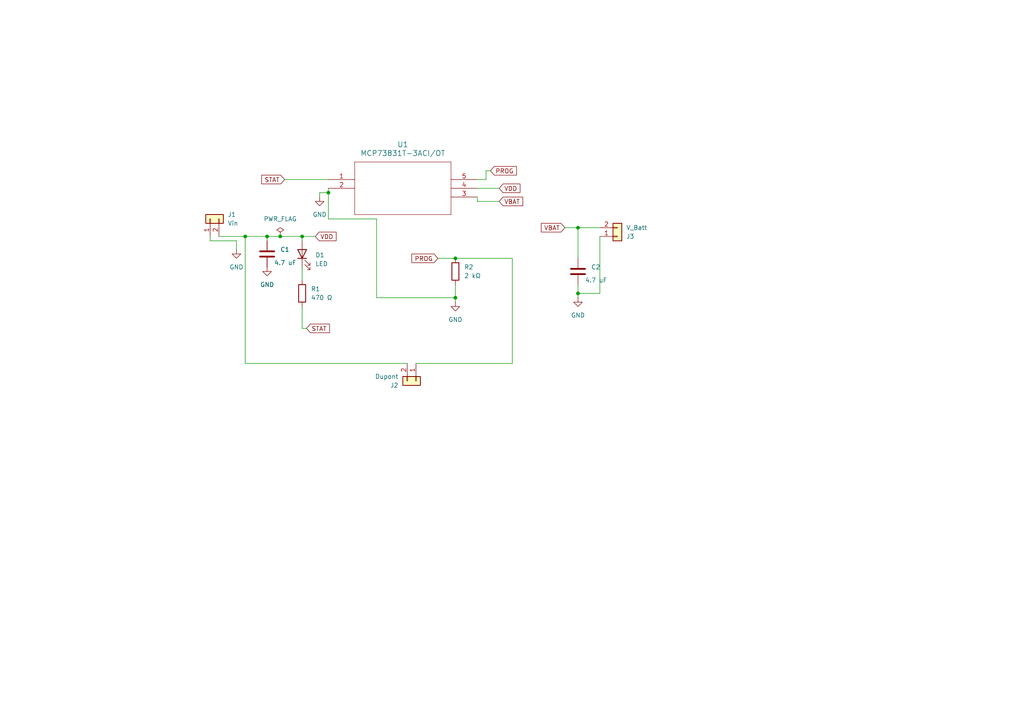
<source format=kicad_sch>
(kicad_sch (version 20250114) (generator "eeschema") (generator_version "9.0")
  (paper "A4")
  (lib_symbols
    (symbol "BatteryCharger:MCP73831T-3ACI_OT" (pin_names (offset 0.254))
      (property "Reference" "U" (at 21.59 10.16 0))
      (property "Value" "MCP73831T-3ACI/OT" (at 21.59 7.62 0))
      (symbol "MCP73831T-3ACI_OT_0_1"
        (polyline (pts (xy 7.62 5.08) (xy 7.62 -10.16)) (stroke (width 0.127)))
        (polyline (pts (xy 7.62 -10.16) (xy 35.56 -10.16)) (stroke (width 0.127)))
        (polyline (pts (xy 35.56 5.08) (xy 7.62 5.08)) (stroke (width 0.127)))
        (polyline (pts (xy 35.56 -10.16) (xy 35.56 5.08)) (stroke (width 0.127)))
        (pin unspecified line (at 0 0 0) (length 7.62) (name "") (number "1"))
        (pin unspecified line (at 0 -2.54 0) (length 7.62) (name "") (number "2"))
        (pin unspecified line (at 43.18 0 180) (length 7.62) (name "") (number "5"))
        (pin unspecified line (at 43.18 -2.54 180) (length 7.62) (name "") (number "4"))
        (pin unspecified line (at 43.18 -5.08 180) (length 7.62) (name "") (number "3"))
      )
    )
    (symbol "Connector_Generic:Conn_01x02" (pin_names (offset 1.016) (hide yes))
      (property "Reference" "J" (at 0 2.54 0))
      (property "Value" "Conn_01x02" (at 0 -5.08 0))
      (symbol "Conn_01x02_1_1"
        (rectangle (start -1.27 1.27) (end 1.27 -3.81) (stroke (width 0.254)) (fill (type background)))
        (rectangle (start -1.27 0.127) (end 0 -0.127) (stroke (width 0.1524)))
        (rectangle (start -1.27 -2.413) (end 0 -2.667) (stroke (width 0.1524)))
        (pin passive line (at -5.08 0 0) (length 3.81) (name "Pin_1") (number "1"))
        (pin passive line (at -5.08 -2.54 0) (length 3.81) (name "Pin_2") (number "2"))
      )
    )
    (symbol "Device:C" (pin_numbers (hide yes)) (pin_names (offset 0.254))
      (property "Reference" "C" (at 0.635 2.54 0))
      (property "Value" "C" (at 0.635 -2.54 0))
      (symbol "C_0_1"
        (polyline (pts (xy -2.032 0.762) (xy 2.032 0.762)) (stroke (width 0.508)))
        (polyline (pts (xy -2.032 -0.762) (xy 2.032 -0.762)) (stroke (width 0.508)))
      )
      (symbol "C_1_1"
        (pin passive line (at 0 3.81 270) (length 2.794) (name "~") (number "1"))
        (pin passive line (at 0 -3.81 90) (length 2.794) (name "~") (number "2"))
      )
    )
    (symbol "Device:LED" (pin_numbers (hide yes)) (pin_names (offset 1.016) (hide yes))
      (property "Reference" "D" (at 0 2.54 0))
      (property "Value" "LED" (at 0 -2.54 0))
      (symbol "LED_0_1"
        (polyline (pts (xy -3.048 -0.762) (xy -4.572 -2.286) (xy -3.81 -2.286) (xy -4.572 -2.286) (xy -4.572 -1.524)))
        (polyline (pts (xy -1.778 -0.762) (xy -3.302 -2.286) (xy -2.54 -2.286) (xy -3.302 -2.286) (xy -3.302 -1.524)))
        (polyline (pts (xy -1.27 0) (xy 1.27 0)))
        (polyline (pts (xy -1.27 -1.27) (xy -1.27 1.27)) (stroke (width 0.254)))
        (polyline (pts (xy 1.27 -1.27) (xy 1.27 1.27) (xy -1.27 0) (xy 1.27 -1.27)) (stroke (width 0.254)))
      )
      (symbol "LED_1_1"
        (pin passive line (at -3.81 0 0) (length 2.54) (name "K") (number "1"))
        (pin passive line (at 3.81 0 180) (length 2.54) (name "A") (number "2"))
      )
    )
    (symbol "Device:R" (pin_numbers (hide yes)) (pin_names (offset 0))
      (property "Reference" "R" (at 2.032 0 90))
      (property "Value" "R" (at 0 0 90))
      (symbol "R_0_1"
        (rectangle (start -1.016 -2.54) (end 1.016 2.54) (stroke (width 0.254)))
      )
      (symbol "R_1_1"
        (pin passive line (at 0 3.81 270) (length 1.27) (name "~") (number "1"))
        (pin passive line (at 0 -3.81 90) (length 1.27) (name "~") (number "2"))
      )
    )
    (symbol "power:GND" (power) (pin_numbers (hide yes)) (pin_names (offset 0) (hide yes))
      (property "Value" "GND" (at 0 -3.81 0))
      (symbol "GND_0_1"
        (polyline (pts (xy 0 0) (xy 0 -1.27) (xy 1.27 -1.27) (xy 0 -2.54) (xy -1.27 -1.27) (xy 0 -1.27)))
      )
      (symbol "GND_1_1"
        (pin power_in line (at 0 0 270) (length 0) (name "~") (number "1"))
      )
    )
    (symbol "power:PWR_FLAG" (power) (pin_numbers (hide yes)) (pin_names (offset 0) (hide yes))
      (property "Value" "PWR_FLAG" (at 0 3.81 0))
      (symbol "PWR_FLAG_0_0"
        (pin power_out line (at 0 0 90) (length 0) (name "~") (number "1"))
      )
      (symbol "PWR_FLAG_0_1"
        (polyline (pts (xy 0 0) (xy 0 1.27) (xy -1.016 1.905) (xy 0 2.54) (xy 1.016 1.905) (xy 0 1.27)))
      )
    )
  )
  (junction (at 167.64 66.04))
  (junction (at 71.12 68.58))
  (junction (at 132.08 74.93))
  (junction (at 95.25 55.88))
  (junction (at 77.47 68.58))
  (junction (at 81.28 68.58))
  (junction (at 167.64 85.09))
  (junction (at 87.63 68.58))
  (junction (at 132.08 86.36))
  (wire (pts (xy 167.64 82.55) (xy 167.64 85.09)))
  (wire (pts (xy 132.08 82.55) (xy 132.08 86.36)))
  (wire (pts (xy 148.59 105.41) (xy 148.59 74.93)))
  (wire (pts (xy 163.83 66.04) (xy 167.64 66.04)))
  (wire (pts (xy 68.58 69.85) (xy 68.58 72.39)))
  (wire (pts (xy 92.71 55.88) (xy 95.25 55.88)))
  (wire (pts (xy 173.99 85.09) (xy 167.64 85.09)))
  (wire (pts (xy 140.97 49.53) (xy 142.24 49.53)))
  (wire (pts (xy 91.44 68.58) (xy 87.63 68.58)))
  (wire (pts (xy 167.64 85.09) (xy 167.64 86.36)))
  (wire (pts (xy 82.55 52.07) (xy 95.25 52.07)))
  (wire (pts (xy 138.43 54.61) (xy 144.78 54.61)))
  (wire (pts (xy 109.22 63.5) (xy 95.25 63.5)))
  (wire (pts (xy 60.96 68.58) (xy 60.96 69.85)))
  (wire (pts (xy 118.11 105.41) (xy 71.12 105.41)))
  (wire (pts (xy 148.59 74.93) (xy 132.08 74.93)))
  (wire (pts (xy 81.28 68.58) (xy 77.47 68.58)))
  (wire (pts (xy 88.9 95.25) (xy 87.63 95.25)))
  (wire (pts (xy 173.99 68.58) (xy 173.99 85.09)))
  (wire (pts (xy 77.47 69.85) (xy 77.47 68.58)))
  (wire (pts (xy 138.43 58.42) (xy 138.43 57.15)))
  (wire (pts (xy 87.63 77.47) (xy 87.63 81.28)))
  (wire (pts (xy 95.25 63.5) (xy 95.25 55.88)))
  (wire (pts (xy 71.12 68.58) (xy 77.47 68.58)))
  (wire (pts (xy 109.22 86.36) (xy 109.22 63.5)))
  (wire (pts (xy 167.64 66.04) (xy 173.99 66.04)))
  (wire (pts (xy 87.63 95.25) (xy 87.63 88.9)))
  (wire (pts (xy 109.22 86.36) (xy 132.08 86.36)))
  (wire (pts (xy 71.12 105.41) (xy 71.12 68.58)))
  (wire (pts (xy 132.08 86.36) (xy 132.08 87.63)))
  (wire (pts (xy 87.63 68.58) (xy 87.63 69.85)))
  (wire (pts (xy 63.5 68.58) (xy 71.12 68.58)))
  (wire (pts (xy 81.28 68.58) (xy 87.63 68.58)))
  (wire (pts (xy 140.97 49.53) (xy 140.97 52.07)))
  (wire (pts (xy 95.25 55.88) (xy 95.25 54.61)))
  (wire (pts (xy 127 74.93) (xy 132.08 74.93)))
  (wire (pts (xy 120.65 105.41) (xy 148.59 105.41)))
  (wire (pts (xy 167.64 74.93) (xy 167.64 66.04)))
  (wire (pts (xy 60.96 69.85) (xy 68.58 69.85)))
  (wire (pts (xy 140.97 52.07) (xy 138.43 52.07)))
  (wire (pts (xy 92.71 55.88) (xy 92.71 57.15)))
  (wire (pts (xy 144.78 58.42) (xy 138.43 58.42)))
  (global_label "STAT" (shape input) (at 82.55 52.07 180) (property "Intersheetrefs" "${INTERSHEET_REFS}" (effects (hide yes))))
  (global_label "VBAT" (shape input) (at 163.83 66.04 180) (property "Intersheetrefs" "${INTERSHEET_REFS}" (effects (hide yes))))
  (global_label "VDD" (shape input) (at 91.44 68.58 0) (property "Intersheetrefs" "${INTERSHEET_REFS}" (effects (hide yes))))
  (global_label "VBAT" (shape input) (at 144.78 58.42 0) (property "Intersheetrefs" "${INTERSHEET_REFS}" (effects (hide yes))))
  (global_label "VDD" (shape input) (at 144.78 54.61 0) (property "Intersheetrefs" "${INTERSHEET_REFS}" (effects (hide yes))))
  (global_label "PROG" (shape input) (at 142.24 49.53 0) (property "Intersheetrefs" "${INTERSHEET_REFS}" (effects (hide yes))))
  (global_label "PROG" (shape input) (at 127 74.93 180) (property "Intersheetrefs" "${INTERSHEET_REFS}" (effects (hide yes))))
  (global_label "STAT" (shape input) (at 88.9 95.25 0) (property "Intersheetrefs" "${INTERSHEET_REFS}" (effects (hide yes))))
  (symbol (lib_id "Device:LED") (at 87.63 73.66 90) (unit 1)
    (property "Reference" "D1" (at 91.44 73.9774 90) (effects (justify right)))
    (property "Value" "LED" (at 91.44 76.5174 90) (effects (justify right)))
    (property "Footprint" "LED_SMD:LED_0805_2012Metric" (effects (hide yes)))
    (property "Description" "Light emitting diode" (effects (hide yes)))
    (property "Sim.Pins" "1=K 2=A" (effects (hide yes)))
  )
  (symbol (lib_id "Device:C") (at 77.47 73.66 0) (unit 1)
    (property "Reference" "C1" (at 81.28 72.3899 0) (effects (justify left)))
    (property "Value" "4.7 uF" (at 79.502 76.2 0) (effects (justify left)))
    (property "Footprint" "Capacitor_SMD:C_0805_2012Metric" (effects (hide yes)))
    (property "Description" "Unpolarized capacitor" (effects (hide yes)))
  )
  (symbol (lib_id "power:PWR_FLAG") (at 81.28 68.58 0) (unit 1)
    (property "Reference" "#FLG01" (effects (hide yes)))
    (property "Value" "PWR_FLAG" (at 81.28 63.5 0))
    (property "Description" "Special symbol for telling ERC where power comes from" (effects (hide yes)))
  )
  (symbol (lib_id "Connector_Generic:Conn_01x02") (at 179.07 68.58 0) (mirror x) (unit 1)
    (property "Reference" "J3" (at 181.61 68.5801 0) (effects (justify left)))
    (property "Value" "V_Batt" (at 181.61 66.0401 0) (effects (justify left)))
    (property "Footprint" "Connector_JST:JST_XH_B2B-XH-A_1x02_P2.50mm_Vertical" (effects (hide yes)))
    (property "Description" "Generic connector, single row, 01x02, script generated (kicad-library-utils/schlib/autogen/connector/)" (effects (hide yes)))
  )
  (symbol (lib_id "Connector_Generic:Conn_01x02") (at 120.65 110.49 270) (unit 1)
    (property "Reference" "J2" (at 115.57 111.7601 90) (effects (justify right)))
    (property "Value" "Dupont" (at 115.57 109.2201 90) (effects (justify right)))
    (property "Footprint" "Connector_PinHeader_2.54mm:PinHeader_1x02_P2.54mm_Vertical" (effects (hide yes)))
    (property "Description" "Generic connector, single row, 01x02, script generated (kicad-library-utils/schlib/autogen/connector/)" (effects (hide yes)))
  )
  (symbol (lib_id "power:GND") (at 132.08 87.63 0) (unit 1)
    (property "Reference" "#PWR03" (effects (hide yes)))
    (property "Value" "GND" (at 132.08 92.71 0))
    (property "Description" "Power symbol creates a global label with name \"GND\" , ground" (effects (hide yes)))
  )
  (symbol (lib_id "Device:R") (at 132.08 78.74 0) (unit 1)
    (property "Reference" "R2" (at 134.62 77.4699 0) (effects (justify left)))
    (property "Value" "2 kΩ" (at 134.62 80.0099 0) (effects (justify left)))
    (property "Footprint" "Resistor_SMD:R_0603_1608Metric" (effects (hide yes)))
    (property "Description" "Resistor" (effects (hide yes)))
  )
  (symbol (lib_id "power:GND") (at 92.71 57.15 0) (unit 1)
    (property "Reference" "#PWR05" (effects (hide yes)))
    (property "Value" "GND" (at 92.71 62.23 0))
    (property "Description" "Power symbol creates a global label with name \"GND\" , ground" (effects (hide yes)))
  )
  (symbol (lib_id "power:GND") (at 68.58 72.39 0) (unit 1)
    (property "Reference" "#PWR02" (effects (hide yes)))
    (property "Value" "GND" (at 68.58 77.47 0))
    (property "Description" "Power symbol creates a global label with name \"GND\" , ground" (effects (hide yes)))
  )
  (symbol (lib_id "power:GND") (at 77.47 77.47 0) (unit 1)
    (property "Reference" "#PWR01" (effects (hide yes)))
    (property "Value" "GND" (at 77.47 82.55 0))
    (property "Description" "Power symbol creates a global label with name \"GND\" , ground" (effects (hide yes)))
  )
  (symbol (lib_id "BatteryCharger:MCP73831T-3ACI_OT") (at 95.25 52.07 0) (unit 1)
    (property "Reference" "U1" (at 116.84 41.91 0) (effects (font (size 1.524 1.524))))
    (property "Value" "MCP73831T-3ACI/OT" (at 116.84 44.45 0) (effects (font (size 1.524 1.524))))
    (property "Footprint" "footprints:SOT-23-5_MC_MCH-L" (effects (hide yes)))
    (property "Datasheet" "MCP73831T-3ACI/OT" (effects (hide yes)))
  )
  (symbol (lib_id "power:GND") (at 167.64 86.36 0) (unit 1)
    (property "Reference" "#PWR04" (effects (hide yes)))
    (property "Value" "GND" (at 167.64 91.44 0))
    (property "Description" "Power symbol creates a global label with name \"GND\" , ground" (effects (hide yes)))
  )
  (symbol (lib_id "Device:R") (at 87.63 85.09 0) (unit 1)
    (property "Reference" "R1" (at 90.17 83.8199 0) (effects (justify left)))
    (property "Value" "470 Ω" (at 90.17 86.3599 0) (effects (justify left)))
    (property "Footprint" "Resistor_SMD:R_0805_2012Metric" (effects (hide yes)))
    (property "Description" "Resistor" (effects (hide yes)))
  )
  (symbol (lib_id "Device:C") (at 167.64 78.74 0) (unit 1)
    (property "Reference" "C2" (at 171.45 77.4699 0) (effects (justify left)))
    (property "Value" "4.7 uF" (at 169.672 81.28 0) (effects (justify left)))
    (property "Footprint" "Capacitor_SMD:C_0805_2012Metric" (effects (hide yes)))
    (property "Description" "Unpolarized capacitor" (effects (hide yes)))
  )
  (symbol (lib_id "Connector_Generic:Conn_01x02") (at 60.96 63.5 90) (unit 1)
    (property "Reference" "J1" (at 66.04 62.2299 90) (effects (justify right)))
    (property "Value" "Vin" (at 66.04 64.7699 90) (effects (justify right)))
    (property "Footprint" "Connector_JST:JST_XH_B2B-XH-A_1x02_P2.50mm_Vertical" (effects (hide yes)))
    (property "Description" "Generic connector, single row, 01x02, script generated (kicad-library-utils/schlib/autogen/connector/)" (effects (hide yes)))
  )
)
</source>
